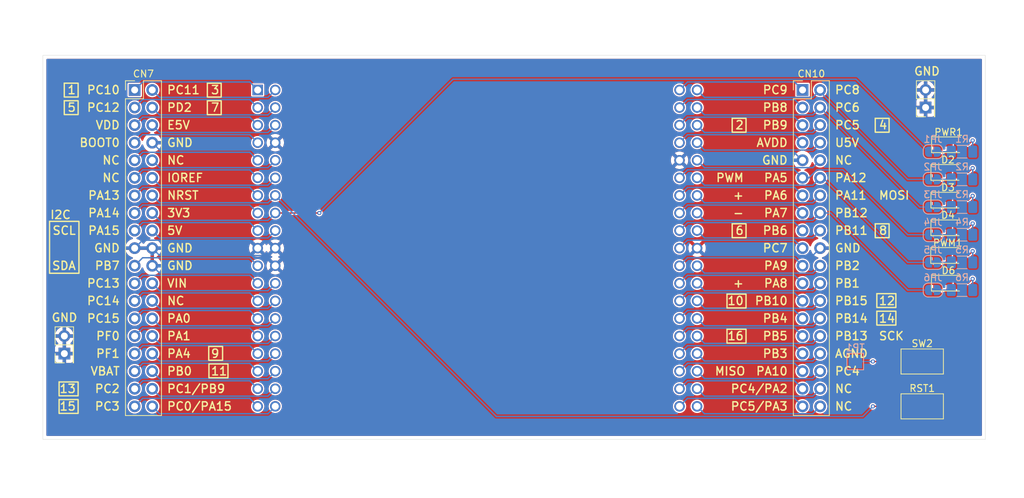
<source format=kicad_pcb>
(kicad_pcb (version 20241229) (generator "pcbnew") (generator_version "9.0")
  (layers (0 "F.Cu" signal) (2 "B.Cu" signal) (13 "F.Paste" user) (15 "B.Paste" user) (5 "F.SilkS" user "F.Silkscreen") (7 "B.SilkS" user "B.Silkscreen") (1 "F.Mask" user) (3 "B.Mask" user) (25 "Edge.Cuts" user))
  (net 0 "")
  (net 1 "/CN7_3")
  (net 2 "/CN7_27")
  (net 3 "/CN7_11")
  (net 4 "Net-(PWM1-A)")
  (net 5 "Net-(PWR1-A)")
  (net 6 "/CN7_25")
  (net 7 "/CN7_13")
  (net 8 "/CN7_18")
  (net 9 "/CN7_29")
  (net 10 "/CN7_12")
  (net 11 "/CN7_17")
  (net 12 "/CN7_28")
  (net 13 "/CN7_38")
  (net 14 "/CN7_9")
  (net 15 "/CN7_36")
  (net 16 "/CN7_24")
  (net 17 "GND")
  (net 18 "/CN7_26")
  (net 19 "/CN7_10")
  (net 20 "/CN7_14")
  (net 21 "/CN7_31")
  (net 22 "/CN7_23")
  (net 23 "/CN7_5")
  (net 24 "/CN10_10")
  (net 25 "/CN7_33")
  (net 26 "/CN10_36")
  (net 27 "/CN7_16")
  (net 28 "/CN7_37")
  (net 29 "/CN7_34")
  (net 30 "/CN10_38")
  (net 31 "/CN7_4")
  (net 32 "/CN7_7")
  (net 33 "/CN7_2")
  (net 34 "/CN7_35")
  (net 35 "/CN7_1")
  (net 36 "/CN7_30")
  (net 37 "/CN7_6")
  (net 38 "/CN7_15")
  (net 39 "/CN7_32")
  (net 40 "/CN7_21")
  (net 41 "Net-(D2-A)")
  (net 42 "Net-(D3-A)")
  (net 43 "Net-(D4-A)")
  (net 44 "Net-(JP1-A)")
  (net 45 "/CN10_4")
  (net 46 "Net-(JP2-A)")
  (net 47 "/CN10_19")
  (net 48 "Net-(JP3-A)")
  (net 49 "/CN10_2")
  (net 50 "Net-(JP4-A)")
  (net 51 "Net-(JP5-A)")
  (net 52 "/CN10_1")
  (net 53 "/CN10_33")
  (net 54 "/CN10_11")
  (net 55 "Net-(SW2-Pad1)")
  (net 56 "/CN10_31")
  (net 57 "/CN10_13")
  (net 58 "/CN10_24")
  (net 59 "/CN10_28")
  (net 60 "/CN10_21")
  (net 61 "/CN10_29")
  (net 62 "/CN10_30")
  (net 63 "/CN10_23")
  (net 64 "/CN10_37")
  (net 65 "/CN10_34")
  (net 66 "/CN10_17")
  (net 67 "/CN10_27")
  (net 68 "/CN10_5")
  (net 69 "/CN10_8")
  (net 70 "/CN10_22")
  (net 71 "/CN10_18")
  (net 72 "/CN10_3")
  (net 73 "/CN10_26")
  (net 74 "/CN10_14")
  (net 75 "/CN10_35")
  (net 76 "/CN10_15")
  (net 77 "/CN10_32")
  (net 78 "/CN10_12")
  (net 79 "/CN10_25")
  (net 80 "/CN10_7")
  (net 81 "/CN10_6")
  (net 82 "/CN10_16")
  (net 83 "Net-(JP6-A)")
  (net 84 "Net-(D6-A)")
  (footprint "Connector_PinHeader_2.54mm:PinHeader_2x19_P2.54mm_Vertical" (layer "F.Cu") (at 68.58 81.28)
    (property "Reference" "CN7")
    (property "Value" "Conn_02x19_Odd_Even")
  )
  (footprint "LED_SMD:LED_1206_3216Metric_Pad1.42x1.75mm_HandSolder" (layer "F.Cu") (at 186.1075 93.2)
    (property "Reference" "D2")
    (property "Value" "LED")
  )
  (footprint "LED_SMD:LED_1206_3216Metric_Pad1.42x1.75mm_HandSolder" (layer "F.Cu") (at 186.0825 105.2)
    (property "Reference" "PWM1")
    (property "Value" "PWM_LED")
  )
  (footprint "LED_SMD:LED_1206_3216Metric_Pad1.42x1.75mm_HandSolder" (layer "F.Cu") (at 186.1075 97.2)
    (property "Reference" "D3")
    (property "Value" "LED")
  )
  (footprint "Connector_PinHeader_2.54mm:PinHeader_2x01_P2.54mm_Vertical" (layer "F.Cu") (at 58.42 119.38 90)
    (property "Reference" "J2" (hide yes))
    (property "Value" "Conn_01x02_Pin")
  )
  (footprint "Button_Switch_SMD:SW_SPST_FSMSM" (layer "F.Cu") (at 182.39 120.52)
    (property "Reference" "SW2")
    (property "Value" "SW_MISC")
  )
  (footprint "Connector_PinHeader_2.54mm:PinHeader_2x19_P2.54mm_Vertical" (layer "F.Cu") (at 165.1 81.28)
    (property "Reference" "CN10")
    (property "Value" "Conn_02x19_Odd_Even")
  )
  (footprint "LED_SMD:LED_1206_3216Metric_Pad1.42x1.75mm_HandSolder" (layer "F.Cu") (at 186.2075 89.2)
    (property "Reference" "PWR1")
    (property "Value" "PWR_LED")
  )
  (footprint "Connector_PinHeader_2.54mm:PinHeader_2x01_P2.54mm_Vertical" (layer "F.Cu") (at 182.88 83.82 90)
    (property "Reference" "J1" (hide yes))
    (property "Value" "Conn_01x02_Pin")
  )
  (footprint "Button_Switch_SMD:SW_SPST_FSMSM" (layer "F.Cu") (at 182.39 127)
    (property "Reference" "RST1")
    (property "Value" "SW_RST")
  )
  (footprint "LED_SMD:LED_1206_3216Metric_Pad1.42x1.75mm_HandSolder" (layer "F.Cu") (at 186.1825 109.2)
    (property "Reference" "D6")
    (property "Value" "LED")
  )
  (footprint "Library:G474" (layer "F.Cu") (at 118.11 90.79)
    (property "Reference" "U1" (hide yes))
    (property "Value" "NUCLEO-G474RE" (hide yes))
  )
  (footprint "LED_SMD:LED_1206_3216Metric_Pad1.42x1.75mm_HandSolder" (layer "F.Cu") (at 186.1075 101.2)
    (property "Reference" "D4")
    (property "Value" "LED")
  )
  (footprint "Resistor_SMD:R_1206_3216Metric_Pad1.30x1.75mm_HandSolder" (layer "B.Cu") (at 188.145 94.2 180)
    (property "Reference" "R2")
    (property "Value" "R")
  )
  (footprint "Resistor_SMD:R_1206_3216Metric_Pad1.30x1.75mm_HandSolder" (layer "B.Cu") (at 188.145 102.2 180)
    (property "Reference" "R4")
    (property "Value" "R")
  )
  (footprint "TestPoint:TestPoint_Pad_2.0x2.0mm" (layer "B.Cu") (at 172.72 120.52 180)
    (property "Reference" "TP1")
    (property "Value" "TestPoint")
  )
  (footprint "Jumper:SolderJumper-2_P1.3mm_Bridged_RoundedPad1.0x1.5mm" (layer "B.Cu") (at 183.945 94.2 180)
    (property "Reference" "JP2")
    (property "Value" "SJ_2_Bridged")
  )
  (footprint "Jumper:SolderJumper-2_P1.3mm_Bridged_RoundedPad1.0x1.5mm" (layer "B.Cu") (at 183.945 90.2 180)
    (property "Reference" "JP1")
    (property "Value" "SJ_2_Bridged")
  )
  (footprint "Resistor_SMD:R_1206_3216Metric_Pad1.30x1.75mm_HandSolder" (layer "B.Cu") (at 188.145 98.2 180)
    (property "Reference" "R3")
    (property "Value" "R")
  )
  (footprint "Jumper:SolderJumper-2_P1.3mm_Bridged_RoundedPad1.0x1.5mm" (layer "B.Cu") (at 183.945 106.2 180)
    (property "Reference" "JP5")
    (property "Value" "SJ_2_Bridged")
  )
  (footprint "Resistor_SMD:R_1206_3216Metric_Pad1.30x1.75mm_HandSolder" (layer "B.Cu") (at 188.145 90.2 180)
    (property "Reference" "R1")
    (property "Value" "R")
  )
  (footprint "Jumper:SolderJumper-2_P1.3mm_Bridged_RoundedPad1.0x1.5mm" (layer "B.Cu") (at 183.945 98.2 180)
    (property "Reference" "JP3")
    (property "Value" "SJ_2_Bridged")
  )
  (footprint "Resistor_SMD:R_1206_3216Metric_Pad1.30x1.75mm_HandSolder" (layer "B.Cu") (at 188.145 106.2 180)
    (property "Reference" "R5")
    (property "Value" "R")
  )
  (footprint "Jumper:SolderJumper-2_P1.3mm_Bridged_RoundedPad1.0x1.5mm" (layer "B.Cu") (at 183.945 110.2 180)
    (property "Reference" "JP6")
    (property "Value" "SJ_2_Bridged" (hide yes))
  )
  (footprint "Resistor_SMD:R_1206_3216Metric_Pad1.30x1.75mm_HandSolder" (layer "B.Cu") (at 188.145 110.2 180)
    (property "Reference" "R6")
    (property "Value" "R" (hide yes))
  )
  (footprint "Jumper:SolderJumper-2_P1.3mm_Bridged_RoundedPad1.0x1.5mm" (layer "B.Cu") (at 183.945 102.2 180)
    (property "Reference" "JP4")
    (property "Value" "SJ_2_Bridged")
  )
  (gr_rect (start 175.605 100.625) (end 177.605 102.625) (stroke (width 0.2)) (fill no) (layer "F.SilkS"))
  (gr_rect (start 154.18 110.78) (end 156.93 112.78) (stroke (width 0.2)) (fill no) (layer "F.SilkS"))
  (gr_rect (start 175.835 113.255) (end 178.585 115.255) (stroke (width 0.2)) (fill no) (layer "F.SilkS"))
  (gr_rect (start 79.315 120.875) (end 82.065 122.875) (stroke (width 0.2)) (fill no) (layer "F.SilkS"))
  (gr_rect (start 154.93 100.62) (end 156.93 102.62) (stroke (width 0.2)) (fill no) (layer "F.SilkS"))
  (gr_rect (start 154.93 85.38) (end 156.93 87.38) (stroke (width 0.2)) (fill no) (layer "F.SilkS"))
  (gr_rect (start 175.605 85.385) (end 177.605 87.385) (stroke (width 0.2)) (fill no) (layer "F.SilkS"))
  (gr_rect (start 57.66 123.48) (end 60.41 125.48) (stroke (width 0.2)) (fill no) (layer "F.SilkS"))
  (gr_rect (start 79.085 80.305) (end 81.085 82.305) (stroke (width 0.2)) (fill no) (layer "F.SilkS"))
  (gr_rect (start 58.41 80.3) (end 60.41 82.3) (stroke (width 0.2)) (fill no) (layer "F.SilkS"))
  (gr_rect (start 56.28 100.27) (end 60.53 107.77) (stroke (width 0.2)) (fill no) (layer "F.SilkS"))
  (gr_rect (start 175.835 110.715) (end 178.585 112.715) (stroke (width 0.2)) (fill no) (layer "F.SilkS"))
  (gr_rect (start 79.285 118.345) (end 81.285 120.345) (stroke (width 0.2)) (fill no) (layer "F.SilkS"))
  (gr_rect (start 79.085 82.845) (end 81.085 84.845) (stroke (width 0.2)) (fill no) (layer "F.SilkS"))
  (gr_rect (start 154.18 115.86) (end 156.93 117.86) (stroke (width 0.2)) (fill no) (layer "F.SilkS"))
  (gr_rect (start 58.41 82.84) (end 60.41 84.84) (stroke (width 0.2)) (fill no) (layer "F.SilkS"))
  (gr_rect (start 57.66 126.02) (end 60.41 128.02) (stroke (width 0.2)) (fill no) (layer "F.SilkS"))
  (gr_rect (start 55.32 76.28) (end 191.52 131.78) (stroke (width 0.05)) (fill no) (layer "Edge.Cuts"))
  (gr_text "PC14" (at 66.535 112.46 0) (layer "F.SilkS") (effects (font (size 1.2 1.2) (thickness 0.2) (bold yes)) (justify right bottom)))
  (gr_text "GND" (at 169.68 104.84 0) (layer "F.SilkS") (effects (font (size 1.2 1.2) (thickness 0.2) (bold yes)) (justify left bottom)))
  (gr_text "14" (at 176.03 115 0) (layer "F.SilkS") (effects (font (size 1.2 1.2) (thickness 0.2) (bold yes)) (justify left bottom)))
  (gr_text "PWM" (at 156.7 94.68 0) (layer "F.SilkS") (effects (font (size 1.2 1.2) (thickness 0.2) (bold yes)) (justify right bottom)))
  (gr_text "PD2" (at 73.16 84.52 0) (layer "F.SilkS") (effects (font (size 1.2 1.2) (thickness 0.2) (bold yes)) (justify left bottom)))
  (gr_text "PC6" (at 169.68 84.52 0) (layer "F.SilkS") (effects (font (size 1.2 1.2) (thickness 0.2) (bold yes)) (justify left bottom)))
  (gr_text "PB12" (at 169.68 99.76 0) (layer "F.SilkS") (effects (font (size 1.2 1.2) (thickness 0.2) (bold yes)) (justify left bottom)))
  (gr_text "8" (at 176.03 102.3 0) (layer "F.SilkS") (effects (font (size 1.2 1.2) (thickness 0.2) (bold yes)) (justify left bottom)))
  (gr_text "BOOT0" (at 66.535 89.6 0) (layer "F.SilkS") (effects (font (size 1.2 1.2) (thickness 0.2) (bold yes)) (justify right bottom)))
  (gr_text "PB2" (at 169.68 107.38 0) (layer "F.SilkS") (effects (font (size 1.2 1.2) (thickness 0.2) (bold yes)) (justify left bottom)))
  (gr_text "3V3" (at 73.16 99.76 0) (layer "F.SilkS") (effects (font (size 1.2 1.2) (thickness 0.2) (bold yes)) (justify left bottom)))
  (gr_text "PC9" (at 163.055 81.98 0) (layer "F.SilkS") (effects (font (size 1.2 1.2) (thickness 0.2) (bold yes)) (justify right bottom)))
  (gr_text "PC10" (at 66.535 81.98 0) (layer "F.SilkS") (effects (font (size 1.2 1.2) (thickness 0.2) (bold yes)) (justify right bottom)))
  (gr_text "PC2" (at 66.535 125.16 0) (layer "F.SilkS") (effects (font (size 1.2 1.2) (thickness 0.2) (bold yes)) (justify right bottom)))
  (gr_text "3" (at 79.51 81.98 0) (layer "F.SilkS") (effects (font (size 1.2 1.2) (thickness 0.2) (bold yes)) (justify left bottom)))
  (gr_text "10" (at 156.7 112.46 0) (layer "F.SilkS") (effects (font (size 1.2 1.2) (thickness 0.2) (bold yes)) (justify right bottom)))
  (gr_text "GND" (at 73.16 107.38 0) (layer "F.SilkS") (effects (font (size 1.2 1.2) (thickness 0.2) (bold yes)) (justify left bottom)))
  (gr_text "NC" (at 73.16 92.14 0) (layer "F.SilkS") (effects (font (size 1.2 1.2) (thickness 0.2) (bold yes)) (justify left bottom)))
  (gr_text "NC" (at 169.68 92.14 0) (layer "F.SilkS") (effects (font (size 1.2 1.2) (thickness 0.2) (bold yes)) (justify left bottom)))
  (gr_text "1" (at 60.18 81.98 0) (layer "F.SilkS") (effects (font (size 1.2 1.2) (thickness 0.2) (bold yes)) (justify right bottom)))
  (gr_text "2" (at 156.7 87.06 0) (layer "F.SilkS") (effects (font (size 1.2 1.2) (thickness 0.2) (bold yes)) (justify right bottom)))
  (gr_text "PB11" (at 169.68 102.3 0) (layer "F.SilkS") (effects (font (size 1.2 1.2) (thickness 0.2) (bold yes)) (justify left bottom)))
  (gr_text "NC" (at 169.68 127.7 0) (layer "F.SilkS") (effects (font (size 1.2 1.2) (thickness 0.2) (bold yes)) (justify left bottom)))
  (gr_text "PC8" (at 169.68 81.98 0) (layer "F.SilkS") (effects (font (size 1.2 1.2) (thickness 0.2) (bold yes)) (justify left bottom)))
  (gr_text "U5V" (at 169.68 89.6 0) (layer "F.SilkS") (effects (font (size 1.2 1.2) (thickness 0.2) (bold yes)) (justify left bottom)))
  (gr_text "E5V" (at 73.16 87.06 0) (layer "F.SilkS") (effects (font (size 1.2 1.2) (thickness 0.2) (bold yes)) (justify left bottom)))
  (gr_text "PC7" (at 163.055 104.84 0) (layer "F.SilkS") (effects (font (size 1.2 1.2) (thickness 0.2) (bold yes)) (justify right bottom)))
  (gr_text "PC13" (at 66.535 109.92 0) (layer "F.SilkS") (effects (font (size 1.2 1.2) (thickness 0.2) (bold yes)) (justify right bottom)))
  (gr_text "PA15" (at 66.535 102.3 0) (layer "F.SilkS") (effects (font (size 1.2 1.2) (thickness 0.2) (bold yes)) (justify right bottom)))
  (gr_text "PC5/PA3" (at 163.055 127.7 0) (layer "F.SilkS") (effects (font (size 1.2 1.2) (thickness 0.2) (bold yes)) (justify right bottom)))
  (gr_text "16" (at 156.7 117.54 0) (layer "F.SilkS") (effects (font (size 1.2 1.2) (thickness 0.2) (bold yes)) (justify right bottom)))
  (gr_text "PA6" (at 163.055 97.22 0) (layer "F.SilkS") (effects (font (size 1.2 1.2) (thickness 0.2) (bold yes)) (justify right bottom)))
  (gr_text "PB4" (at 163.055 115 0) (layer "F.SilkS") (effects (font (size 1.2 1.2) (thickness 0.2) (bold yes)) (justify right bottom)))
  (gr_text "PC11" (at 73.16 81.98 0) (layer "F.SilkS") (effects (font (size 1.2 1.2) (thickness 0.2) (bold yes)) (justify left bottom)))
  (gr_text "PA1" (at 73.16 117.54 0) (layer "F.SilkS") (effects (font (size 1.2 1.2) (thickness 0.2) (bold yes)) (justify left bottom)))
  (gr_text "NC" (at 66.535 94.68 0) (layer "F.SilkS") (effects (font (size 1.2 1.2) (thickness 0.2) (bold yes)) (justify right bottom)))
  (gr_text "PC3" (at 66.535 127.7 0) (layer "F.SilkS") (effects (font (size 1.2 1.2) (thickness 0.2) (bold yes)) (justify right bottom)))
  (gr_text "NC" (at 66.535 92.14 0) (layer "F.SilkS") (effects (font (size 1.2 1.2) (thickness 0.2) (bold yes)) (justify right bottom)))
  (gr_text "+" (at 156.7 109.92 0) (layer "F.SilkS") (effects (font (size 1.2 1.2) (thickness 0.2) (bold yes)) (justify right bottom)))
  (gr_text "IOREF" (at 73.16 94.68 0) (layer "F.SilkS") (effects (font (size 1.2 1.2) (thickness 0.2) (bold yes)) (justify left bottom)))
  (gr_text "11" (at 79.51 122.62 0) (layer "F.SilkS") (effects (font (size 1.2 1.2) (thickness 0.2) (bold yes)) (justify left bottom)))
  (gr_text "PB9" (at 163.055 87.06 0) (layer "F.SilkS") (effects (font (size 1.2 1.2) (thickness 0.2) (bold yes)) (justify right bottom)))
  (gr_text "+" (at 156.7 97.22 0) (layer "F.SilkS") (effects (font (size 1.2 1.2) (thickness 0.2) (bold yes)) (justify right bottom)))
  (gr_text "PA11" (at 169.68 97.22 0) (layer "F.SilkS") (effects (font (size 1.2 1.2) (thickness 0.2) (bold yes)) (justify left bottom)))
  (gr_text "NC" (at 73.16 112.46 0) (layer "F.SilkS") (effects (font (size 1.2 1.2) (thickness 0.2) (bold yes)) (justify left bottom)))
  (gr_text "13" (at 60.18 125.16 0) (layer "F.SilkS") (effects (font (size 1.2 1.2) (thickness 0.2) (bold yes)) (justify right bottom)))
  (gr_text "AGND" (at 169.68 120.08 0) (layer "F.SilkS") (effects (font (size 1.2 1.2) (thickness 0.2) (bold yes)) (justify left bottom)))
  (gr_text "PC1/PB9" (at 73.16 125.16 0) (layer "F.SilkS") (effects (font (size 1.2 1.2) (thickness 0.2) (bold yes)) (justify left bottom)))
  (gr_text "7" (at 79.51 84.52 0) (layer "F.SilkS") (effects (font (size 1.2 1.2) (thickness 0.2) (bold yes)) (justify left bottom)))
  (gr_text "PA4" (at 73.16 120.08 0) (layer "F.SilkS") (effects (font (size 1.2 1.2) (thickness 0.2) (bold yes)) (justify left bottom)))
  (gr_text "PA13" (at 66.535 97.22 0) (layer "F.SilkS") (effects (font (size 1.2 1.2) (thickness 0.2) (bold yes)) (justify right bottom)))
  (gr_text "PB1" (at 169.68 109.92 0) (layer "F.SilkS") (effects (font (size 1.2 1.2) (thickness 0.2) (bold yes)) (justify left bottom)))
  (gr_text "PB15" (at 169.68 112.46 0) (layer "F.SilkS") (effects (font (size 1.2 1.2) (thickness 0.2) (bold yes)) (justify left bottom)))
  (gr_text "I2C" (at 56.28 100.02 0) (layer "F.SilkS") (effects (font (size 1.2 1.2) (thickness 0.2) (bold yes)) (justify left bottom)))
  (gr_text "PB6" (at 163.055 102.3 0) (layer "F.SilkS") (effects (font (size 1.2 1.2) (thickness 0.2) (bold yes)) (justify right bottom)))
  (gr_text "MISO" (at 156.93 122.62 0) (layer "F.SilkS") (effects (font (size 1.2 1.2) (thickness 0.2) (bold yes)) (justify right bottom)))
  (gr_text "PB0" (at 73.16 122.62 0) (layer "F.SilkS") (effects (font (size 1.2 1.2) (thickness 0.2) (bold yes)) (justify left bottom)))
  (gr_text "AVDD" (at 163.055 89.6 0) (layer "F.SilkS") (effects (font (size 1.2 1.2) (thickness 0.2) (bold yes)) (justify right bottom)))
  (gr_text "SDA" (at 60.18 107.38 0) (layer "F.SilkS") (effects (font (size 1.2 1.2) (thickness 0.2) (bold yes)) (justify right bottom)))
  (gr_text "VIN" (at 73.16 109.92 0) (layer "F.SilkS") (effects (font (size 1.2 1.2) (thickness 0.2) (bold yes)) (justify left bottom)))
  (gr_text "PC5" (at 169.68 87.06 0) (layer "F.SilkS") (effects (font (size 1.2 1.2) (thickness 0.2) (bold yes)) (justify left bottom)))
  (gr_text "PA9" (at 163.055 107.38 0) (layer "F.SilkS") (effects (font (size 1.2 1.2) (thickness 0.2) (bold yes)) (justify right bottom)))
  (gr_text "PC15" (at 66.535 115 0) (layer "F.SilkS") (effects (font (size 1.2 1.2) (thickness 0.2) (bold yes)) (justify right bottom)))
  (gr_text "PA12" (at 169.68 94.68 0) (layer "F.SilkS") (effects (font (size 1.2 1.2) (thickness 0.2) (bold yes)) (justify left bottom)))
  (gr_text "PA5" (at 163.055 94.68 0) (layer "F.SilkS") (effects (font (size 1.2 1.2) (thickness 0.2) (bold yes)) (justify right bottom)))
  (gr_text "PA8" (at 163.055 109.92 0) (layer "F.SilkS") (effects (font (size 1.2 1.2) (thickness 0.2) (bold yes)) (justify right bottom)))
  (gr_text "NRST" (at 73.16 97.22 0) (layer "F.SilkS") (effects (font (size 1.2 1.2) (thickness 0.2) (bold yes)) (justify left bottom)))
  (gr_text "SCL" (at 60.18 102.3 0) (layer "F.SilkS") (effects (font (size 1.2 1.2) (thickness 0.2) (bold yes)) (justify right bottom)))
  (gr_text "9" (at 79.51 120.08 0) (layer "F.SilkS") (effects (font (size 1.2 1.2) (thickness 0.2) (bold yes)) (justify left bottom)))
  (gr_text "6" (at 156.7 102.3 0) (layer "F.SilkS") (effects (font (size 1.2 1.2) (thickness 0.2) (bold yes)) (justify right bottom)))
  (gr_text "12" (at 176.03 112.46 0) (layer "F.SilkS") (effects (font (size 1.2 1.2) (thickness 0.2) (bold yes)) (justify left bottom)))
  (gr_text "PF1" (at 66.535 120.08 0) (layer "F.SilkS") (effects (font (size 1.2 1.2) (thickness 0.2) (bold yes)) (justify right bottom)))
  (gr_text "PB13" (at 169.68 117.54 0) (layer "F.SilkS") (effects (font (size 1.2 1.2) (thickness 0.2) (bold yes)) (justify left bottom)))
  (gr_text "GND" (at 181.12 79.28 0) (layer "F.SilkS") (effects (font (size 1.2 1.2) (thickness 0.2) (bold yes)) (justify left bottom)))
  (gr_text "15" (at 60.18 127.7 0) (layer "F.SilkS") (effects (font (size 1.2 1.2) (thickness 0.2) (bold yes)) (justify right bottom)))
  (gr_text "VDD" (at 66.535 87.06 0) (layer "F.SilkS") (effects (font (size 1.2 1.2) (thickness 0.2) (bold yes)) (justify right bottom)))
  (gr_text "PB10" (at 163.055 112.46 0) (layer "F.SilkS") (effects (font (size 1.2 1.2) (thickness 0.2) (bold yes)) (justify right bottom)))
  (gr_text "GND" (at 66.535 104.84 0) (layer "F.SilkS") (effects (font (size 1.2 1.2) (thickness 0.2) (bold yes)) (justify right bottom)))
  (gr_text "GND" (at 73.16 89.6 0) (layer "F.SilkS") (effects (font (size 1.2 1.2) (thickness 0.2) (bold yes)) (justify left bottom)))
  (gr_text "PA7" (at 163.055 99.76 0) (layer "F.SilkS") (effects (font (size 1.2 1.2) (thickness 0.2) (bold yes)) (justify right bottom)))
  (gr_text "PC4" (at 169.68 122.62 0) (layer "F.SilkS") (effects (font (size 1.2 1.2) (thickness 0.2) (bold yes)) (justify left bottom)))
  (gr_text "PA0" (at 73.16 115 0) (layer "F.SilkS") (effects (font (size 1.2 1.2) (thickness 0.2) (bold yes)) (justify left bottom)))
  (gr_text "SCK" (at 176.03 117.54 0) (layer "F.SilkS") (effects (font (size 1.2 1.2) (thickness 0.2) (bold yes)) (justify left bottom)))
  (gr_text "GND" (at 163.055 92.14 0) (layer "F.SilkS") (effects (font (size 1.2 1.2) (thickness 0.2) (bold yes)) (justify right bottom)))
  (gr_text "MOSI" (at 176.03 97.22 0) (layer "F.SilkS") (effects (font (size 1.2 1.2) (thickness 0.2) (bold yes)) (justify left bottom)))
  (gr_text "PB5" (at 163.055 117.54 0) (layer "F.SilkS") (effects (font (size 1.2 1.2) (thickness 0.2) (bold yes)) (justify right bottom)))
  (gr_text "PF0" (at 66.535 117.54 0) (layer "F.SilkS") (effects (font (size 1.2 1.2) (thickness 0.2) (bold yes)) (justify right bottom)))
  (gr_text "5V" (at 73.16 102.3 0) (layer "F.SilkS") (effects (font (size 1.2 1.2) (thickness 0.2) (bold yes)) (justify left bottom)))
  (gr_text "PC0/PA15" (at 73.16 127.7 0) (layer "F.SilkS") (effects (font (size 1.2 1.2) (thickness 0.2) (bold yes)) (justify left bottom)))
  (gr_text "PA14" (at 66.535 99.76 0) (layer "F.SilkS") (effects (font (size 1.2 1.2) (thickness 0.2) (bold yes)) (justify right bottom)))
  (gr_text "NC" (at 169.68 125.16 0) (layer "F.SilkS") (effects (font (size 1.2 1.2) (thickness 0.2) (bold yes)) (justify left bottom)))
  (gr_text "5" (at 60.18 84.52 0) (layer "F.SilkS") (effects (font (size 1.2 1.2) (thickness 0.2) (bold yes)) (justify right bottom)))
  (gr_text "PB7" (at 66.535 107.38 0) (layer "F.SilkS") (effects (font (size 1.2 1.2) (thickness 0.2) (bold yes)) (justify right bottom)))
  (gr_text "PB14" (at 169.68 115 0) (layer "F.SilkS") (effects (font (size 1.2 1.2) (thickness 0.2) (bold yes)) (justify left bottom)))
  (gr_text "GND" (at 56.48 114.88 0) (layer "F.SilkS") (effects (font (size 1.2 1.2) (thickness 0.2) (bold yes)) (justify left bottom)))
  (gr_text "4" (at 176.03 87.06 0) (layer "F.SilkS") (effects (font (size 1.2 1.2) (thickness 0.2) (bold yes)) (justify left bottom)))
  (gr_text "VBAT" (at 66.535 122.62 0) (layer "F.SilkS") (effects (font (size 1.2 1.2) (thickness 0.2) (bold yes)) (justify right bottom)))
  (gr_text "GND" (at 73.16 104.84 0) (layer "F.SilkS") (effects (font (size 1.2 1.2) (thickness 0.2) (bold yes)) (justify left bottom)))
  (gr_text "PC12" (at 66.535 84.52 0) (layer "F.SilkS") (effects (font (size 1.2 1.2) (thickness 0.2) (bold yes)) (justify right bottom)))
  (gr_text "PA10" (at 163.055 122.62 0) (layer "F.SilkS") (effects (font (size 1.2 1.2) (thickness 0.2) (bold yes)) (justify right bottom)))
  (gr_text "PB3" (at 163.055 120.08 0) (layer "F.SilkS") (effects (font (size 1.2 1.2) (thickness 0.2) (bold yes)) (justify right bottom)))
  (gr_text "-" (at 156.7 99.76 0) (layer "F.SilkS") (effects (font (size 1.2 1.2) (thickness 0.2) (bold yes)) (justify right bottom)))
  (gr_text "PC4/PA2" (at 163.055 125.16 0) (layer "F.SilkS") (effects (font (size 1.2 1.2) (thickness 0.2) (bold yes)) (justify right bottom)))
  (gr_text "PB8" (at 163.055 84.52 0) (layer "F.SilkS") (effects (font (size 1.2 1.2) (thickness 0.2) (bold yes)) (justify right bottom)))
  (segment (start 86.36 83.82) (end 85.209 82.669) (width 0.2) (layer "B.Cu") (net 1))
  (segment (start 85.209 82.669) (end 69.731 82.669) (width 0.2) (layer "B.Cu") (net 1))
  (segment (start 69.731 82.669) (end 68.58 83.82) (width 0.2) (layer "B.Cu") (net 1))
  (segment (start 69.731 113.149) (end 68.58 114.3) (width 0.2) (layer "B.Cu") (net 2))
  (segment (start 85.209 113.149) (end 69.731 113.149) (width 0.2) (layer "B.Cu") (net 2))
  (segment (start 86.36 114.3) (end 85.209 113.149) (width 0.2) (layer "B.Cu") (net 2))
  (segment (start 86.36 93.98) (end 85.209 92.829) (width 0.2) (layer "B.Cu") (net 3))
  (segment (start 85.209 92.829) (end 69.731 92.829) (width 0.2) (layer "B.Cu") (net 3))
  (segment (start 69.731 92.829) (end 68.58 93.98) (width 0.2) (layer "B.Cu") (net 3))
  (segment (start 189.06 105.2) (end 189.68 104.58) (width 0.2) (layer "F.Cu") (net 4))
  (segment (start 187.57 105.2) (end 189.06 105.2) (width 0.2) (layer "F.Cu") (net 4))
  (via (at 189.68 104.58) (size 0.6) (drill 0.3) (layers "F.Cu" "B.Cu") (net 4))
  (segment (start 189.695 106.2) (end 189.695 104.595) (width 0.2) (layer "B.Cu") (net 4))
  (segment (start 189.695 104.595) (end 189.68 104.58) (width 0.2) (layer "B.Cu") (net 4))
  (segment (start 189.06 89.2) (end 189.68 88.58) (width 0.2) (layer "F.Cu") (net 5))
  (segment (start 187.695 89.2) (end 189.06 89.2) (width 0.2) (layer "F.Cu") (net 5))
  (via (at 189.68 88.58) (size 0.6) (drill 0.3) (layers "F.Cu" "B.Cu") (net 5))
  (segment (start 189.695 90.2) (end 189.695 88.595) (width 0.2) (layer "B.Cu") (net 5))
  (segment (start 189.695 88.595) (end 189.68 88.58) (width 0.2) (layer "B.Cu") (net 5))
  (segment (start 85.209 110.609) (end 69.731 110.609) (width 0.2) (layer "B.Cu") (net 6))
  (segment (start 69.731 110.609) (end 68.58 111.76) (width 0.2) (layer "B.Cu") (net 6))
  (segment (start 86.36 111.76) (end 85.209 110.609) (width 0.2) (layer "B.Cu") (net 6))
  (segment (start 86.36 96.52) (end 85.209 95.369) (width 0.2) (layer "B.Cu") (net 7))
  (segment (start 69.731 95.369) (end 68.58 96.52) (width 0.2) (layer "B.Cu") (net 7))
  (segment (start 85.209 95.369) (end 69.731 95.369) (width 0.2) (layer "B.Cu") (net 7))
  (segment (start 88.9 101.6) (end 87.837 102.663) (width 0.2) (layer "B.Cu") (net 8))
  (segment (start 72.183 102.663) (end 71.12 101.6) (width 0.2) (layer "B.Cu") (net 8))
  (segment (start 87.837 102.663) (end 72.183 102.663) (width 0.2) (layer "B.Cu") (net 8))
  (segment (start 86.36 116.84) (end 85.209 115.689) (width 0.2) (layer "B.Cu") (net 9))
  (segment (start 85.209 115.689) (end 69.731 115.689) (width 0.2) (layer "B.Cu") (net 9))
  (segment (start 69.731 115.689) (end 68.58 116.84) (width 0.2) (layer "B.Cu") (net 9))
  (segment (start 87.837 95.043) (end 72.183 95.043) (width 0.2) (layer "B.Cu") (net 10))
  (segment (start 88.9 93.98) (end 87.837 95.043) (width 0.2) (layer "B.Cu") (net 10))
  (segment (start 72.183 95.043) (end 71.12 93.98) (width 0.2) (layer "B.Cu") (net 10))
  (segment (start 85.209 100.449) (end 69.731 100.449) (width 0.2) (layer "B.Cu") (net 11))
  (segment (start 86.36 101.6) (end 85.209 100.449) (width 0.2) (layer "B.Cu") (net 11))
  (segment (start 69.731 100.449) (end 68.58 101.6) (width 0.2) (layer "B.Cu") (net 11))
  (segment (start 88.9 114.3) (end 87.837 115.363) (width 0.2) (layer "B.Cu") (net 12))
  (segment (start 72.183 115.363) (end 71.12 114.3) (width 0.2) (layer "B.Cu") (net 12))
  (segment (start 87.837 115.363) (end 72.183 115.363) (width 0.2) (layer "B.Cu") (net 12))
  (segment (start 88.9 127) (end 87.837 128.063) (width 0.2) (layer "B.Cu") (net 13))
  (segment (start 87.837 128.063) (end 72.183 128.063) (width 0.2) (layer "B.Cu") (net 13))
  (segment (start 72.183 128.063) (end 71.12 127) (width 0.2) (layer "B.Cu") (net 13))
  (segment (start 85.209 90.289) (end 69.731 90.289) (width 0.2) (layer "B.Cu") (net 14))
  (segment (start 69.731 90.289) (end 68.58 91.44) (width 0.2) (layer "B.Cu") (net 14))
  (segment (start 86.36 91.44) (end 85.209 90.289) (width 0.2) (layer "B.Cu") (net 14))
  (segment (start 87.837 125.523) (end 72.183 125.523) (width 0.2) (layer "B.Cu") (net 15))
  (segment (start 72.183 125.523) (end 71.12 124.46) (width 0.2) (layer "B.Cu") (net 15))
  (segment (start 88.9 124.46) (end 87.837 125.523) (width 0.2) (layer "B.Cu") (net 15))
  (segment (start 88.9 109.22) (end 87.837 110.283) (width 0.2) (layer "B.Cu") (net 16))
  (segment (start 72.183 110.283) (end 71.12 109.22) (width 0.2) (layer "B.Cu") (net 16))
  (segment (start 87.837 110.283) (end 72.183 110.283) (width 0.2) (layer "B.Cu") (net 16))
  (segment (start 88.9 88.9) (end 87.837 89.963) (width 0.2) (layer "B.Cu") (net 17))
  (segment (start 72.183 89.963) (end 71.12 88.9) (width 0.2) (layer "B.Cu") (net 17))
  (segment (start 85.209 102.989) (end 69.731 102.989) (width 0.2) (layer "B.Cu") (net 17))
  (segment (start 87.837 89.963) (end 72.183 89.963) (width 0.2) (layer "B.Cu") (net 17))
  (segment (start 87.837 107.743) (end 72.183 107.743) (width 0.2) (layer "B.Cu") (net 17))
  (segment (start 165.064681 91.477072) (end 163.913681 90.326072) (width 0.2) (layer "B.Cu") (net 17))
  (segment (start 69.731 102.989) (end 68.58 104.14) (width 0.2) (layer "B.Cu") (net 17))
  (segment (start 72.183 107.743) (end 71.12 106.68) (width 0.2) (layer "B.Cu") (net 17))
  (segment (start 86.36 104.14) (end 85.209 102.989) (width 0.2) (layer "B.Cu") (net 17))
  (segment (start 166.577 105.203) (end 150.923 105.203) (width 0.2) (layer "B.Cu") (net 17))
  (segment (start 87.837 105.203) (end 72.183 105.203) (width 0.2) (layer "B.Cu") (net 17))
  (segment (start 88.9 106.68) (end 87.837 107.743) (width 0.2) (layer "B.Cu") (net 17))
  (segment (start 72.183 105.203) (end 71.12 104.14) (width 0.2) (layer "B.Cu") (net 17))
  (segment (start 167.64 104.14) (end 166.577 105.203) (width 0.2) (layer "B.Cu") (net 17))
  (segment (start 88.9 104.14) (end 87.837 105.203) (width 0.2) (layer "B.Cu") (net 17))
  (segment (start 163.913681 90.326072) (end 148.435681 90.326072) (width 0.2) (layer "B.Cu") (net 17))
  (segment (start 150.923 105.203) (end 149.86 104.14) (width 0.2) (layer "B.Cu") (net 17))
  (segment (start 148.435681 90.326072) (end 147.284681 91.477072) (width 0.2) (layer "B.Cu") (net 17))
  (segment (start 88.9 111.76) (end 87.837 112.823) (width 0.2) (layer "B.Cu") (net 18))
  (segment (start 72.183 112.823) (end 71.12 111.76) (width 0.2) (layer "B.Cu") (net 18))
  (segment (start 87.837 112.823) (end 72.183 112.823) (width 0.2) (layer "B.Cu") (net 18))
  (segment (start 72.183 92.503) (end 71.12 91.44) (width 0.2) (layer "B.Cu") (net 19))
  (segment (start 88.9 91.44) (end 87.837 92.503) (width 0.2) (layer "B.Cu") (net 19))
  (segment (start 87.837 92.503) (end 72.183 92.503) (width 0.2) (layer "B.Cu") (net 19))
  (segment (start 177.8 127) (end 175.26 127) (width 0.2) (layer "F.Cu") (net 20))
  (via (at 175.26 127) (size 0.6) (drill 0.3) (layers "F.Cu" "B.Cu") (net 20))
  (segment (start 72.183 97.583) (end 71.12 96.52) (width 0.2) (layer "B.Cu") (net 20))
  (segment (start 175.26 127) (end 173.796 128.464) (width 0.2) (layer "B.Cu") (net 20))
  (segment (start 87.837 97.583) (end 72.183 97.583) (width 0.2) (layer "B.Cu") (net 20))
  (segment (start 88.9 96.52) (end 87.837 97.583) (width 0.2) (layer "B.Cu") (net 20))
  (segment (start 120.844 128.464) (end 88.9 96.52) (width 0.2) (layer "B.Cu") (net 20))
  (segment (start 173.796 128.464) (end 120.844 128.464) (width 0.2) (layer "B.Cu") (net 20))
  (segment (start 86.36 119.38) (end 85.209 118.229) (width 0.2) (layer "B.Cu") (net 21))
  (segment (start 69.731 118.229) (end 68.58 119.38) (width 0.2) (layer "B.Cu") (net 21))
  (segment (start 85.209 118.229) (end 69.731 118.229) (width 0.2) (layer "B.Cu") (net 21))
  (segment (start 86.36 109.22) (end 85.209 108.069) (width 0.2) (layer "B.Cu") (net 22))
  (segment (start 69.731 108.069) (end 68.58 109.22) (width 0.2) (layer "B.Cu") (net 22))
  (segment (start 85.209 108.069) (end 69.731 108.069) (width 0.2) (layer "B.Cu") (net 22))
  (segment (start 85.209 85.209) (end 69.731 85.209) (width 0.2) (layer "B.Cu") (net 23))
  (segment (start 69.731 85.209) (end 68.58 86.36) (width 0.2) (layer "B.Cu") (net 23))
  (segment (start 86.36 86.36) (end 85.209 85.209) (width 0.2) (layer "B.Cu") (net 23))
  (segment (start 150.923 92.503) (end 149.86 91.44) (width 0.2) (layer "B.Cu") (net 24))
  (segment (start 166.577 92.503) (end 150.923 92.503) (width 0.2) (layer "B.Cu") (net 24))
  (segment (start 167.64 91.44) (end 166.577 92.503) (width 0.2) (layer "B.Cu") (net 24))
  (segment (start 86.362544 121.944199) (end 85.211544 120.793199) (width 0.2) (layer "B.Cu") (net 25))
  (segment (start 85.211544 120.793199) (end 69.733544 120.793199) (width 0.2) (layer "B.Cu") (net 25))
  (segment (start 69.733544 120.793199) (end 68.582544 121.944199) (width 0.2) (layer "B.Cu") (net 25))
  (segment (start 150.923 125.523) (end 149.86 124.46) (width 0.2) (layer "B.Cu") (net 26))
  (segment (start 167.64 124.46) (end 166.577 125.523) (width 0.2) (layer "B.Cu") (net 26))
  (segment (start 166.577 125.523) (end 150.923 125.523) (width 0.2) (layer "B.Cu") (net 26))
  (segment (start 95.26 99.06) (end 88.9 99.06) (width 0.2) (layer "F.Cu") (net 27))
  (via (at 95.26 99.06) (size 0.6) (drill 0.3) (layers "F.Cu" "B.Cu") (net 27))
  (segment (start 114.592 79.728) (end 95.26 99.06) (width 0.2) (layer "B.Cu") (net 27))
  (segment (start 183.295 90.2) (end 172.823 79.728) (width 0.2) (layer "B.Cu") (net 27))
  (segment (start 88.9 99.06) (end 87.837 100.123) (width 0.2) (layer "B.Cu") (net 27))
  (segment (start 87.837 100.123) (end 72.183 100.123) (width 0.2) (layer "B.Cu") (net 27))
  (segment (start 72.183 100.123) (end 71.12 99.06) (width 0.2) (layer "B.Cu") (net 27))
  (segment (start 172.823 79.728) (end 114.592 79.728) (width 0.2) (layer "B.Cu") (net 27))
  (segment (start 85.209 125.849) (end 69.731 125.849) (width 0.2) (layer "B.Cu") (net 28))
  (segment (start 86.36 127) (end 85.209 125.849) (width 0.2) (layer "B.Cu") (net 28))
  (segment (start 69.731 125.849) (end 68.58 127) (width 0.2) (layer "B.Cu") (net 28))
  (segment (start 87.839544 123.007199) (end 72.185544 123.007199) (width 0.2) (layer "B.Cu") (net 29))
  (segment (start 72.185544 123.007199) (end 71.122544 121.944199) (width 0.2) (layer "B.Cu") (net 29))
  (segment (start 88.902544 121.944199) (end 87.839544 123.007199) (width 0.2) (layer "B.Cu") (net 29))
  (segment (start 150.923 128.063) (end 149.86 127) (width 0.2) (layer "B.Cu") (net 30))
  (segment (start 167.64 127) (end 166.577 128.063) (width 0.2) (layer "B.Cu") (net 30))
  (segment (start 166.577 128.063) (end 150.923 128.063) (width 0.2) (layer "B.Cu") (net 30))
  (segment (start 72.183 84.883) (end 71.12 83.82) (width 0.2) (layer "B.Cu") (net 31))
  (segment (start 87.837 84.883) (end 72.183 84.883) (width 0.2) (layer "B.Cu") (net 31))
  (segment (start 88.9 83.82) (end 87.837 84.883) (width 0.2) (layer "B.Cu") (net 31))
  (segment (start 86.36 88.9) (end 85.209 87.749) (width 0.2) (layer "B.Cu") (net 32))
  (segment (start 69.731 87.749) (end 68.58 88.9) (width 0.2) (layer "B.Cu") (net 32))
  (segment (start 85.209 87.749) (end 69.731 87.749) (width 0.2) (layer "B.Cu") (net 32))
  (segment (start 72.183 82.343) (end 71.12 81.28) (width 0.2) (layer "B.Cu") (net 33))
  (segment (start 87.837 82.343) (end 72.183 82.343) (width 0.2) (layer "B.Cu") (net 33))
  (segment (start 88.9 81.28) (end 87.837 82.343) (width 0.2) (layer "B.Cu") (net 33))
  (segment (start 69.731 123.309) (end 68.58 124.46) (width 0.2) (layer "B.Cu") (net 34))
  (segment (start 85.209 123.309) (end 69.731 123.309) (width 0.2) (layer "B.Cu") (net 34))
  (segment (start 86.36 124.46) (end 85.209 123.309) (width 0.2) (layer "B.Cu") (net 34))
  (segment (start 86.36 81.28) (end 85.209 80.129) (width 0.2) (layer "B.Cu") (net 35))
  (segment (start 69.731 80.129) (end 68.58 81.28) (width 0.2) (layer "B.Cu") (net 35))
  (segment (start 85.209 80.129) (end 69.731 80.129) (width 0.2) (layer "B.Cu") (net 35))
  (segment (start 88.9 116.84) (end 87.837 117.903) (width 0.2) (layer "B.Cu") (net 36))
  (segment (start 72.183 117.903) (end 71.12 116.84) (width 0.2) (layer "B.Cu") (net 36))
  (segment (start 87.837 117.903) (end 72.183 117.903) (width 0.2) (layer "B.Cu") (net 36))
  (segment (start 87.837 87.423) (end 72.183 87.423) (width 0.2) (layer "B.Cu") (net 37))
  (segment (start 72.183 87.423) (end 71.12 86.36) (width 0.2) (layer "B.Cu") (net 37))
  (segment (start 88.9 86.36) (end 87.837 87.423) (width 0.2) (layer "B.Cu") (net 37))
  (segment (start 85.209 97.909) (end 69.731 97.909) (width 0.2) (layer "B.Cu") (net 38))
  (segment (start 69.731 97.909) (end 68.58 99.06) (width 0.2) (layer "B.Cu") (net 38))
  (segment (start 86.36 99.06) (end 85.209 97.909) (width 0.2) (layer "B.Cu") (net 38))
  (segment (start 88.9 119.38) (end 87.837 120.443) (width 0.2) (layer "B.Cu") (net 39))
  (segment (start 87.837 120.443) (end 72.183 120.443) (width 0.2) (layer "B.Cu") (net 39))
  (segment (start 72.183 120.443) (end 71.12 119.38) (width 0.2) (layer "B.Cu") (net 39))
  (segment (start 69.731 105.529) (end 68.58 106.68) (width 0.2) (layer "B.Cu") (net 40))
  (segment (start 86.36 106.68) (end 85.209 105.529) (width 0.2) (layer "B.Cu") (net 40))
  (segment (start 85.209 105.529) (end 69.731 105.529) (width 0.2) (layer "B.Cu") (net 40))
  (segment (start 189.06 93.2) (end 189.68 92.58) (width 0.2) (layer "F.Cu") (net 41))
  (segment (start 187.595 93.2) (end 189.06 93.2) (width 0.2) (layer "F.Cu") (net 41))
  (via (at 189.68 92.58) (size 0.6) (drill 0.3) (layers "F.Cu" "B.Cu") (net 41))
  (segment (start 189.695 94.2) (end 189.695 92.595) (width 0.2) (layer "B.Cu") (net 41))
  (segment (start 189.695 92.595) (end 189.68 92.58) (width 0.2) (layer "B.Cu") (net 41))
  (segment (start 187.595 97.2) (end 189.06 97.2) (width 0.2) (layer "F.Cu") (net 42))
  (segment (start 189.06 97.2) (end 189.68 96.58) (width 0.2) (layer "F.Cu") (net 42))
  (via (at 189.68 96.58) (size 0.6) (drill 0.3) (layers "F.Cu" "B.Cu") (net 42))
  (segment (start 189.695 98.2) (end 189.695 96.595) (width 0.2) (layer "B.Cu") (net 42))
  (segment (start 189.695 96.595) (end 189.68 96.58) (width 0.2) (layer "B.Cu") (net 42))
  (segment (start 189.06 101.2) (end 189.68 100.58) (width 0.2) (layer "F.Cu") (net 43))
  (segment (start 187.595 101.2) (end 189.06 101.2) (width 0.2) (layer "F.Cu") (net 43))
  (via (at 189.68 100.58) (size 0.6) (drill 0.3) (layers "F.Cu" "B.Cu") (net 43))
  (segment (start 189.695 100.595) (end 189.68 100.58) (width 0.2) (layer "B.Cu") (net 43))
  (segment (start 189.695 102.2) (end 189.695 100.595) (width 0.2) (layer "B.Cu") (net 43))
  (segment (start 184.595 90.2) (end 186.595 90.2) (width 0.2) (layer "B.Cu") (net 44))
  (segment (start 167.64 83.82) (end 166.577 84.883) (width 0.2) (layer "B.Cu") (net 45))
  (segment (start 166.577 84.883) (end 150.923 84.883) (width 0.2) (layer "B.Cu") (net 45))
  (segment (start 183.295 98.2) (end 182.02 98.2) (width 0.2) (layer "B.Cu") (net 45))
  (segment (start 182.02 98.2) (end 167.64 83.82) (width 0.2) (layer "B.Cu") (net 45))
  (segment (start 150.923 84.883) (end 149.86 83.82) (width 0.2) (layer "B.Cu") (net 45))
  (segment (start 184.595 94.2) (end 186.595 94.2) (width 0.2) (layer "B.Cu") (net 46))
  (segment (start 163.949 102.989) (end 148.471 102.989) (width 0.2) (layer "B.Cu") (net 47))
  (segment (start 165.1 104.14) (end 163.949 102.989) (width 0.2) (layer "B.Cu") (net 47))
  (segment (start 148.471 102.989) (end 147.32 104.14) (width 0.2) (layer "B.Cu") (net 47))
  (segment (start 184.595 98.2) (end 186.595 98.2) (width 0.2) (layer "B.Cu") (net 48))
  (segment (start 150.923 82.343) (end 149.86 81.28) (width 0.2) (layer "B.Cu") (net 49))
  (segment (start 167.64 81.28) (end 166.577 82.343) (width 0.2) (layer "B.Cu") (net 49))
  (segment (start 180.295 94.2) (end 167.64 81.545) (width 0.2) (layer "B.Cu") (net 49))
  (segment (start 167.64 81.545) (end 167.64 81.28) (width 0.2) (layer "B.Cu") (net 49))
  (segment (start 180.295 94.2) (end 183.295 94.2) (width 0.2) (layer "B.Cu") (net 49))
  (segment (start 166.577 82.343) (end 150.923 82.343) (width 0.2) (layer "B.Cu") (net 49))
  (segment (start 184.595 102.2) (end 186.595 102.2) (width 0.2) (layer "B.Cu") (net 50))
  (segment (start 184.595 106.2) (end 186.595 106.2) (width 0.2) (layer "B.Cu") (net 51))
  (segment (start 148.471 80.129) (end 147.32 81.28) (width 0.2) (layer "B.Cu") (net 52))
  (segment (start 163.949 80.129) (end 148.471 80.129) (width 0.2) (layer "B.Cu") (net 52))
  (segment (start 165.1 81.28) (end 163.949 80.129) (width 0.2) (layer "B.Cu") (net 52))
  (segment (start 165.1 121.92) (end 163.949 120.769) (width 0.2) (layer "B.Cu") (net 53))
  (segment (start 148.471 120.769) (end 147.32 121.92) (width 0.2) (layer "B.Cu") (net 53))
  (segment (start 163.949 120.769) (end 148.471 120.769) (width 0.2) (layer "B.Cu") (net 53))
  (segment (start 167.16324 92.829) (end 166.01224 93.98) (width 0.2) (layer "B.Cu") (net 54))
  (segment (start 165.1 93.98) (end 163.949 92.829) (width 0.2) (layer "B.Cu") (net 54))
  (segment (start 148.471 92.829) (end 147.32 93.98) (width 0.2) (layer "B.Cu") (net 54))
  (segment (start 166.01224 93.98) (end 165.1 93.98) (width 0.2) (layer "B.Cu") (net 54))
  (segment (start 180.295 102.2) (end 170.924 92.829) (width 0.2) (layer "B.Cu") (net 54))
  (segment (start 163.949 92.829) (end 148.471 92.829) (width 0.2) (layer "B.Cu") (net 54))
  (segment (start 183.595 102.2) (end 180.295 102.2) (width 0.2) (layer "B.Cu") (net 54))
  (segment (start 170.924 92.829) (end 167.16324 92.829) (width 0.2) (layer "B.Cu") (net 54))
  (segment (start 177.8 120.52) (end 175.26 120.52) (width 0.2) (layer "F.Cu") (net 55))
  (via (at 175.26 120.52) (size 0.6) (drill 0.3) (layers "F.Cu" "B.Cu") (net 55))
  (segment (start 172.72 120.52) (end 175.26 120.52) (width 0.2) (layer "B.Cu") (net 55))
  (segment (start 148.471 118.229) (end 147.32 119.38) (width 0.2) (layer "B.Cu") (net 56))
  (segment (start 165.1 119.38) (end 163.949 118.229) (width 0.2) (layer "B.Cu") (net 56))
  (segment (start 163.949 118.229) (end 148.471 118.229) (width 0.2) (layer "B.Cu") (net 56))
  (segment (start 148.471 95.369) (end 147.32 96.52) (width 0.2) (layer "B.Cu") (net 57))
  (segment (start 163.949 95.369) (end 148.471 95.369) (width 0.2) (layer "B.Cu") (net 57))
  (segment (start 165.1 96.52) (end 163.949 95.369) (width 0.2) (layer "B.Cu") (net 57))
  (segment (start 150.923 110.283) (end 149.86 109.22) (width 0.2) (layer "B.Cu") (net 58))
  (segment (start 166.577 110.283) (end 150.923 110.283) (width 0.2) (layer "B.Cu") (net 58))
  (segment (start 167.64 109.22) (end 166.577 110.283) (width 0.2) (layer "B.Cu") (net 58))
  (segment (start 167.64 114.3) (end 166.577 115.363) (width 0.2) (layer "B.Cu") (net 59))
  (segment (start 150.923 115.363) (end 149.86 114.3) (width 0.2) (layer "B.Cu") (net 59))
  (segment (start 166.577 115.363) (end 150.923 115.363) (width 0.2) (layer "B.Cu") (net 59))
  (segment (start 148.471 105.529) (end 147.32 106.68) (width 0.2) (layer "B.Cu") (net 60))
  (segment (start 165.1 106.68) (end 163.949 105.529) (width 0.2) (layer "B.Cu") (net 60))
  (segment (start 163.949 105.529) (end 148.471 105.529) (width 0.2) (layer "B.Cu") (net 60))
  (segment (start 163.949 115.689) (end 148.471 115.689) (width 0.2) (layer "B.Cu") (net 61))
  (segment (start 148.471 115.689) (end 147.32 116.84) (width 0.2) (layer "B.Cu") (net 61))
  (segment (start 165.1 116.84) (end 163.949 115.689) (width 0.2) (layer "B.Cu") (net 61))
  (segment (start 167.64 116.84) (end 166.577 117.903) (width 0.2) (layer "B.Cu") (net 62))
  (segment (start 150.923 117.903) (end 149.86 116.84) (width 0.2) (layer "B.Cu") (net 62))
  (segment (start 166.577 117.903) (end 150.923 117.903) (width 0.2) (layer "B.Cu") (net 62))
  (segment (start 163.949 108.069) (end 148.471 108.069) (width 0.2) (layer "B.Cu") (net 63))
  (segment (start 148.471 108.069) (end 147.32 109.22) (width 0.2) (layer "B.Cu") (net 63))
  (segment (start 165.1 109.22) (end 163.949 108.069) (width 0.2) (layer "B.Cu") (net 63))
  (segment (start 163.949 125.849) (end 148.471 125.849) (width 0.2) (layer "B.Cu") (net 64))
  (segment (start 148.471 125.849) (end 147.32 127) (width 0.2) (layer "B.Cu") (net 64))
  (segment (start 165.1 127) (end 163.949 125.849) (width 0.2) (layer "B.Cu") (net 64))
  (segment (start 167.64 121.92) (end 166.577 122.983) (width 0.2) (layer "B.Cu") (net 65))
  (segment (start 150.923 122.983) (end 149.86 121.92) (width 0.2) (layer "B.Cu") (net 65))
  (segment (start 166.577 122.983) (end 150.923 122.983) (width 0.2) (layer "B.Cu") (net 65))
  (segment (start 148.471 100.449) (end 147.32 101.6) (width 0.2) (layer "B.Cu") (net 66))
  (segment (start 163.949 100.449) (end 148.471 100.449) (width 0.2) (layer "B.Cu") (net 66))
  (segment (start 165.1 101.6) (end 163.949 100.449) (width 0.2) (layer "B.Cu") (net 66))
  (segment (start 165.1 114.3) (end 163.949 113.149) (width 0.2) (layer "B.Cu") (net 67))
  (segment (start 163.949 113.149) (end 148.471 113.149) (width 0.2) (layer "B.Cu") (net 67))
  (segment (start 148.471 113.149) (end 147.32 114.3) (width 0.2) (layer "B.Cu") (net 67))
  (segment (start 148.471 85.209) (end 147.32 86.36) (width 0.2) (layer "B.Cu") (net 68))
  (segment (start 163.949 85.209) (end 148.471 85.209) (width 0.2) (layer "B.Cu") (net 68))
  (segment (start 165.1 86.36) (end 163.949 85.209) (width 0.2) (layer "B.Cu") (net 68))
  (segment (start 167.64 88.9) (end 166.577 89.963) (width 0.2) (layer "B.Cu") (net 69))
  (segment (start 166.577 89.963) (end 150.923 89.963) (width 0.2) (layer "B.Cu") (net 69))
  (segment (start 150.923 89.963) (end 149.86 88.9) (width 0.2) (layer "B.Cu") (net 69))
  (segment (start 150.923 107.743) (end 149.86 106.68) (width 0.2) (layer "B.Cu") (net 70))
  (segment (start 167.64 106.68) (end 166.577 107.743) (width 0.2) (layer "B.Cu") (net 70))
  (segment (start 166.577 107.743) (end 150.923 107.743) (width 0.2) (layer "B.Cu") (net 70))
  (segment (start 150.923 102.663) (end 149.86 101.6) (width 0.2) (layer "B.Cu") (net 71))
  (segment (start 167.64 101.6) (end 166.577 102.663) (width 0.2) (layer "B.Cu") (net 71))
  (segment (start 166.577 102.663) (end 150.923 102.663) (width 0.2) (layer "B.Cu") (net 71))
  (segment (start 148.471 82.669) (end 147.32 83.82) (width 0.2) (layer "B.Cu") (net 72))
  (segment (start 163.949 82.669) (end 148.471 82.669) (width 0.2) (layer "B.Cu") (net 72))
  (segment (start 165.1 83.82) (end 163.949 82.669) (width 0.2) (layer "B.Cu") (net 72))
  (segment (start 150.923 112.823) (end 149.86 111.76) (width 0.2) (layer "B.Cu") (net 73))
  (segment (start 167.64 111.76) (end 166.577 112.823) (width 0.2) (layer "B.Cu") (net 73))
  (segment (start 166.577 112.823) (end 150.923 112.823) (width 0.2) (layer "B.Cu") (net 73))
  (segment (start 167.64 96.52) (end 166.577 97.583) (width 0.2) (layer "B.Cu") (net 74))
  (segment (start 150.923 97.583) (end 149.86 96.52) (width 0.2) (layer "B.Cu") (net 74))
  (segment (start 166.577 97.583) (end 150.923 97.583) (width 0.2) (layer "B.Cu") (net 74))
  (segment (start 163.949 123.309) (end 148.471 123.309) (width 0.2) (layer "B.Cu") (net 75))
  (segment (start 165.1 124.46) (end 163.949 123.309) (width 0.2) (layer "B.Cu") (net 75))
  (segment (start 148.471 123.309) (end 147.32 124.46) (width 0.2) (layer "B.Cu") (net 75))
  (segment (start 165.1 99.06) (end 163.949 97.909) (width 0.2) (layer "B.Cu") (net 76))
  (segment (start 148.471 97.909) (end 147.32 99.06) (width 0.2) (layer "B.Cu") (net 76))
  (segment (start 163.949 97.909) (end 148.471 97.909) (width 0.2) (layer "B.Cu") (net 76))
  (segment (start 166.577 120.443) (end 150.923 120.443) (width 0.2) (layer "B.Cu") (net 77))
  (segment (start 150.923 120.443) (end 149.86 119.38) (width 0.2) (layer "B.Cu") (net 77))
  (segment (start 167.64 119.38) (end 166.577 120.443) (width 0.2) (layer "B.Cu") (net 77))
  (segment (start 166.577 95.043) (end 150.923 95.043) (width 0.2) (layer "B.Cu") (net 78))
  (segment (start 180.295 106.2) (end 168.075 93.98) (width 0.2) (layer "B.Cu") (net 78))
  (segment (start 183.595 106.2) (end 180.295 106.2) (width 0.2) (layer "B.Cu") (net 78))
  (segment (start 150.923 95.043) (end 149.86 93.98) (width 0.2) (layer "B.Cu") (net 78))
  (segment (start 168.075 93.98) (end 167.64 93.98) (width 0.2) (layer "B.Cu") (net 78))
  (segment (start 167.64 93.98) (end 166.577 95.043) (width 0.2) (layer "B.Cu") (net 78))
  (segment (start 163.949 110.609) (end 148.471 110.609) (width 0.2) (layer "B.Cu") (net 79))
  (segment (start 165.1 111.76) (end 163.949 110.609) (width 0.2) (layer "B.Cu") (net 79))
  (segment (start 148.471 110.609) (end 147.32 111.76) (width 0.2) (layer "B.Cu") (net 79))
  (segment (start 165.1 88.9) (end 163.949 87.749) (width 0.2) (layer "B.Cu") (net 80))
  (segment (start 148.471 87.749) (end 147.32 88.9) (width 0.2) (layer "B.Cu") (net 80))
  (segment (start 163.949 87.749) (end 148.471 87.749) (width 0.2) (layer "B.Cu") (net 80))
  (segment (start 150.923 87.423) (end 149.86 86.36) (width 0.2) (layer "B.Cu") (net 81))
  (segment (start 167.64 86.36) (end 166.577 87.423) (width 0.2) (layer "B.Cu") (net 81))
  (segment (start 166.577 87.423) (end 150.923 87.423) (width 0.2) (layer "B.Cu") (net 81))
  (segment (start 167.64 99.06) (end 166.577 100.123) (width 0.2) (layer "B.Cu") (net 82))
  (segment (start 166.577 100.123) (end 150.923 100.123) (width 0.2) (layer "B.Cu") (net 82))
  (segment (start 150.923 100.123) (end 149.86 99.06) (width 0.2) (layer "B.Cu") (net 82))
  (segment (start 180.295 110.2) (end 169.155 99.06) (width 0.2) (layer "B.Cu") (net 82))
  (segment (start 169.155 99.06) (end 167.64 99.06) (width 0.2) (layer "B.Cu") (net 82))
  (segment (start 183.595 110.2) (end 180.295 110.2) (width 0.2) (layer "B.Cu") (net 82))
  (segment (start 184.595 110.2) (end 186.595 110.2) (width 0.2) (layer "B.Cu") (net 83))
  (segment (start 187.67 109.2) (end 189.06 109.2) (width 0.2) (layer "F.Cu") (net 84))
  (segment (start 189.06 109.2) (end 189.68 108.58) (width 0.2) (layer "F.Cu") (net 84))
  (via (at 189.68 108.58) (size 0.6) (drill 0.3) (layers "F.Cu" "B.Cu") (net 84))
  (segment (start 189.695 108.595) (end 189.68 108.58) (width 0.2) (layer "B.Cu") (net 84))
  (segment (start 189.695 110.2) (end 189.695 108.595) (width 0.2) (layer "B.Cu") (net 84))
  (zone (net 17) (net_name "GND") (layers "F.Cu" "B.Cu") (connect_pads (clearance 0.2)) (min_thickness 0.25) (fill yes (thermal_gap 0.5) (thermal_bridge_width 0.5))
    (polygon (pts (xy 50.12 68.28) (xy 197.12 69.28) (xy 196.12 139.28) (xy 49.12 140.28)))
  )
)
</source>
